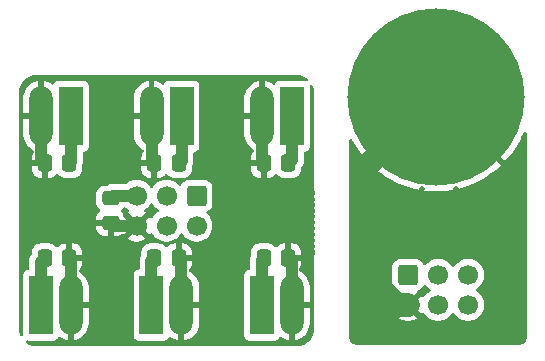
<source format=gbl>
%TF.GenerationSoftware,KiCad,Pcbnew,9.0.0*%
%TF.CreationDate,2025-02-27T10:50:10-06:00*%
%TF.ProjectId,SAO-CR1616,53414f2d-4352-4313-9631-362e6b696361,rev?*%
%TF.SameCoordinates,Original*%
%TF.FileFunction,Copper,L2,Bot*%
%TF.FilePolarity,Positive*%
%FSLAX46Y46*%
G04 Gerber Fmt 4.6, Leading zero omitted, Abs format (unit mm)*
G04 Created by KiCad (PCBNEW 9.0.0) date 2025-02-27 10:50:10*
%MOMM*%
%LPD*%
G01*
G04 APERTURE LIST*
G04 Aperture macros list*
%AMRoundRect*
0 Rectangle with rounded corners*
0 $1 Rounding radius*
0 $2 $3 $4 $5 $6 $7 $8 $9 X,Y pos of 4 corners*
0 Add a 4 corners polygon primitive as box body*
4,1,4,$2,$3,$4,$5,$6,$7,$8,$9,$2,$3,0*
0 Add four circle primitives for the rounded corners*
1,1,$1+$1,$2,$3*
1,1,$1+$1,$4,$5*
1,1,$1+$1,$6,$7*
1,1,$1+$1,$8,$9*
0 Add four rect primitives between the rounded corners*
20,1,$1+$1,$2,$3,$4,$5,0*
20,1,$1+$1,$4,$5,$6,$7,0*
20,1,$1+$1,$6,$7,$8,$9,0*
20,1,$1+$1,$8,$9,$2,$3,0*%
G04 Aperture macros list end*
%TA.AperFunction,ComponentPad*%
%ADD10RoundRect,0.250000X-0.600000X0.600000X-0.600000X-0.600000X0.600000X-0.600000X0.600000X0.600000X0*%
%TD*%
%TA.AperFunction,ComponentPad*%
%ADD11C,1.700000*%
%TD*%
%TA.AperFunction,SMDPad,CuDef*%
%ADD12RoundRect,0.250000X-0.475000X0.337500X-0.475000X-0.337500X0.475000X-0.337500X0.475000X0.337500X0*%
%TD*%
%TA.AperFunction,SMDPad,CuDef*%
%ADD13RoundRect,0.250000X-0.337500X-0.475000X0.337500X-0.475000X0.337500X0.475000X-0.337500X0.475000X0*%
%TD*%
%TA.AperFunction,ComponentPad*%
%ADD14R,2.000000X5.000000*%
%TD*%
%TA.AperFunction,ComponentPad*%
%ADD15O,2.000000X5.000000*%
%TD*%
%TA.AperFunction,SMDPad,CuDef*%
%ADD16RoundRect,0.250000X0.337500X0.475000X-0.337500X0.475000X-0.337500X-0.475000X0.337500X-0.475000X0*%
%TD*%
%TA.AperFunction,SMDPad,CuDef*%
%ADD17C,15.000000*%
%TD*%
%TA.AperFunction,SMDPad,CuDef*%
%ADD18C,4.000000*%
%TD*%
%TA.AperFunction,ViaPad*%
%ADD19C,0.500000*%
%TD*%
%TA.AperFunction,Conductor*%
%ADD20C,1.000000*%
%TD*%
%TA.AperFunction,Conductor*%
%ADD21C,2.000000*%
%TD*%
G04 APERTURE END LIST*
D10*
%TO.P,J3,1,GPIO1*%
%TO.N,unconnected-(J3-GPIO1-Pad1)*%
X52540000Y-148730000D03*
D11*
%TO.P,J3,2,GPIO2*%
%TO.N,unconnected-(J3-GPIO2-Pad2)*%
X52540000Y-151270000D03*
%TO.P,J3,3,SDA*%
%TO.N,unconnected-(J3-SDA-Pad3)*%
X50000000Y-148730000D03*
%TO.P,J3,4,SCL*%
%TO.N,unconnected-(J3-SCL-Pad4)*%
X50000000Y-151270000D03*
%TO.P,J3,5,3V3*%
%TO.N,+3V0*%
X47460001Y-148730000D03*
%TO.P,J3,6,GND*%
%TO.N,GND*%
X47460000Y-151270000D03*
%TD*%
D12*
%TO.P,BC7,1*%
%TO.N,+3V0*%
X45270000Y-148962500D03*
%TO.P,BC7,2*%
%TO.N,GND*%
X45270000Y-151037500D03*
%TD*%
D13*
%TO.P,BC6,1*%
%TO.N,+3V0*%
X39692500Y-154000000D03*
%TO.P,BC6,2*%
%TO.N,GND*%
X41767500Y-154000000D03*
%TD*%
D14*
%TO.P,P5,1,Pin_1*%
%TO.N,+3V0*%
X48720000Y-158000000D03*
D15*
%TO.P,P5,2,Pin_2*%
%TO.N,GND*%
X51260000Y-158000000D03*
%TD*%
D13*
%TO.P,BC5,1*%
%TO.N,+3V0*%
X48962500Y-154000000D03*
%TO.P,BC5,2*%
%TO.N,GND*%
X51037500Y-154000000D03*
%TD*%
D16*
%TO.P,BC1,1*%
%TO.N,+3V0*%
X41767500Y-146000000D03*
%TO.P,BC1,2*%
%TO.N,GND*%
X39692500Y-146000000D03*
%TD*%
D14*
%TO.P,P4,1,Pin_1*%
%TO.N,+3V0*%
X58085000Y-158000000D03*
D15*
%TO.P,P4,2,Pin_2*%
%TO.N,GND*%
X60625000Y-158000000D03*
%TD*%
D17*
%TO.P,SAO-P2,1,1*%
%TO.N,GND*%
X72845106Y-140336892D03*
%TD*%
D10*
%TO.P,J2,1,3V3*%
%TO.N,+3V0*%
X70455107Y-155436892D03*
D11*
%TO.P,J2,2,GND*%
%TO.N,GND*%
X70455107Y-157976892D03*
%TO.P,J2,3,SDA*%
%TO.N,unconnected-(J2-SDA-Pad3)*%
X72995107Y-155436892D03*
%TO.P,J2,4,SCL*%
%TO.N,unconnected-(J2-SCL-Pad4)*%
X72995107Y-157976892D03*
%TO.P,J2,5,GPIO1*%
%TO.N,unconnected-(J2-GPIO1-Pad5)*%
X75535106Y-155436892D03*
%TO.P,J2,6,GPIO2*%
%TO.N,unconnected-(J2-GPIO2-Pad6)*%
X75535107Y-157976892D03*
%TD*%
D14*
%TO.P,P1,1,Pin_1*%
%TO.N,+3V0*%
X41905000Y-142000000D03*
D15*
%TO.P,P1,2,Pin_2*%
%TO.N,GND*%
X39365000Y-142000000D03*
%TD*%
D14*
%TO.P,P3,1,Pin_1*%
%TO.N,+3V0*%
X60635000Y-142000000D03*
D15*
%TO.P,P3,2,Pin_2*%
%TO.N,GND*%
X58095000Y-142000000D03*
%TD*%
D16*
%TO.P,BC2,1*%
%TO.N,+3V0*%
X51037500Y-146000000D03*
%TO.P,BC2,2*%
%TO.N,GND*%
X48962500Y-146000000D03*
%TD*%
D14*
%TO.P,P2,1,Pin_1*%
%TO.N,+3V0*%
X51270000Y-142000000D03*
D15*
%TO.P,P2,2,Pin_2*%
%TO.N,GND*%
X48730000Y-142000000D03*
%TD*%
D18*
%TO.P,B3,1,1*%
%TO.N,GND*%
X72985106Y-140336892D03*
%TD*%
D16*
%TO.P,BC3,1*%
%TO.N,+3V0*%
X60307500Y-146000000D03*
%TO.P,BC3,2*%
%TO.N,GND*%
X58232500Y-146000000D03*
%TD*%
D14*
%TO.P,P6,1,Pin_1*%
%TO.N,+3V0*%
X39355000Y-158000000D03*
D15*
%TO.P,P6,2,Pin_2*%
%TO.N,GND*%
X41895000Y-158000000D03*
%TD*%
D13*
%TO.P,BC4,1*%
%TO.N,+3V0*%
X58232500Y-154000000D03*
%TO.P,BC4,2*%
%TO.N,GND*%
X60307500Y-154000000D03*
%TD*%
D19*
%TO.N,GND*%
X69068969Y-152829303D03*
X71649108Y-148199549D03*
X79957106Y-161024892D03*
X74445400Y-151149409D03*
X80235107Y-143752893D03*
X65987108Y-161024892D03*
X74549106Y-148162580D03*
X65987107Y-145022891D03*
X71602803Y-150056586D03*
X71905107Y-153912893D03*
%TD*%
D20*
%TO.N,GND*%
X45502500Y-151270000D02*
X45270000Y-151037500D01*
D21*
X66485106Y-146696891D02*
X72845106Y-140336892D01*
D20*
X39365000Y-142000000D02*
X39365000Y-145672500D01*
X51260000Y-158000000D02*
X51260000Y-154222500D01*
X58095000Y-142000000D02*
X58095000Y-145862500D01*
D21*
X66485106Y-154918892D02*
X66485106Y-146696891D01*
D20*
X58095000Y-145862500D02*
X58232500Y-146000000D01*
X41895000Y-154127500D02*
X41767500Y-154000000D01*
D21*
X70455108Y-157976892D02*
X69543106Y-157976891D01*
D20*
X47460000Y-151270000D02*
X45502500Y-151270000D01*
X41895000Y-158000000D02*
X41895000Y-154127500D01*
X60625000Y-154317500D02*
X60307500Y-154000000D01*
X60625000Y-158000000D02*
X60625000Y-154317500D01*
X51260000Y-154222500D02*
X51037500Y-154000000D01*
X48730000Y-145767500D02*
X48962500Y-146000000D01*
D21*
X69543106Y-157976891D02*
X66485106Y-154918892D01*
D20*
X48730000Y-142000000D02*
X48730000Y-145767500D01*
X39365000Y-145672500D02*
X39692500Y-146000000D01*
%TO.N,+3V0*%
X45502500Y-148730000D02*
X45270000Y-148962500D01*
X60635000Y-145672500D02*
X60307500Y-146000000D01*
X58085000Y-158000000D02*
X58085000Y-154147500D01*
X51270000Y-142000000D02*
X51270000Y-145767500D01*
X39355000Y-158000000D02*
X39355000Y-154337500D01*
X60635000Y-142000000D02*
X60635000Y-145672500D01*
X51270000Y-145767500D02*
X51037500Y-146000000D01*
X41905000Y-145862500D02*
X41767500Y-146000000D01*
X58085000Y-154147500D02*
X58232500Y-154000000D01*
X47460001Y-148730000D02*
X45502500Y-148730000D01*
X48720000Y-158000000D02*
X48720000Y-154242500D01*
X39355000Y-154337500D02*
X39692500Y-154000000D01*
X41905000Y-142000000D02*
X41905000Y-145862500D01*
X48720000Y-154242500D02*
X48962500Y-154000000D01*
%TD*%
%TA.AperFunction,Conductor*%
%TO.N,GND*%
G36*
X46566840Y-149750185D02*
G01*
X46579366Y-149759493D01*
X46752180Y-149885048D01*
X46752182Y-149885049D01*
X46752185Y-149885051D01*
X46761494Y-149889794D01*
X46812291Y-149937766D01*
X46829088Y-150005587D01*
X46806553Y-150071722D01*
X46761503Y-150110762D01*
X46752440Y-150115380D01*
X46698282Y-150154727D01*
X46698282Y-150154728D01*
X47330591Y-150787037D01*
X47267007Y-150804075D01*
X47152993Y-150869901D01*
X47059901Y-150962993D01*
X46994075Y-151077007D01*
X46977037Y-151140591D01*
X46324385Y-150487939D01*
X46290900Y-150426616D01*
X46295884Y-150356924D01*
X46324385Y-150312576D01*
X46363254Y-150273706D01*
X46337319Y-150231659D01*
X46337316Y-150231655D01*
X46213344Y-150107683D01*
X46213341Y-150107681D01*
X46210339Y-150105829D01*
X46208713Y-150104021D01*
X46207677Y-150103202D01*
X46207817Y-150103024D01*
X46163617Y-150053880D01*
X46152397Y-149984917D01*
X46180243Y-149920836D01*
X46189543Y-149910863D01*
X46199080Y-149901701D01*
X46213656Y-149892712D01*
X46337712Y-149768656D01*
X46337875Y-149768390D01*
X46341333Y-149765070D01*
X46371276Y-149749494D01*
X46400872Y-149733334D01*
X46402727Y-149733134D01*
X46403319Y-149732827D01*
X46404542Y-149732939D01*
X46427230Y-149730500D01*
X46499801Y-149730500D01*
X46566840Y-149750185D01*
G37*
%TD.AperFunction*%
%TA.AperFunction,Conductor*%
G36*
X48801441Y-149383998D02*
G01*
X48840484Y-149429054D01*
X48844949Y-149437817D01*
X48969890Y-149609786D01*
X49120213Y-149760109D01*
X49292182Y-149885050D01*
X49300946Y-149889516D01*
X49351742Y-149937491D01*
X49368536Y-150005312D01*
X49345998Y-150071447D01*
X49300946Y-150110484D01*
X49292182Y-150114949D01*
X49120213Y-150239890D01*
X48969890Y-150390213D01*
X48844949Y-150562182D01*
X48840202Y-150571499D01*
X48792227Y-150622293D01*
X48724405Y-150639087D01*
X48658271Y-150616548D01*
X48619234Y-150571495D01*
X48614626Y-150562452D01*
X48575270Y-150508282D01*
X48575269Y-150508282D01*
X47942962Y-151140590D01*
X47925925Y-151077007D01*
X47860099Y-150962993D01*
X47767007Y-150869901D01*
X47652993Y-150804075D01*
X47589409Y-150787037D01*
X48221716Y-150154728D01*
X48167548Y-150115374D01*
X48158498Y-150110762D01*
X48107705Y-150062784D01*
X48090913Y-149994963D01*
X48113454Y-149928829D01*
X48158509Y-149889793D01*
X48167817Y-149885051D01*
X48286729Y-149798657D01*
X48339787Y-149760109D01*
X48339789Y-149760106D01*
X48339793Y-149760104D01*
X48490105Y-149609792D01*
X48490107Y-149609788D01*
X48490110Y-149609786D01*
X48615049Y-149437820D01*
X48615051Y-149437817D01*
X48615052Y-149437816D01*
X48619513Y-149429058D01*
X48667484Y-149378262D01*
X48735304Y-149361464D01*
X48801441Y-149383998D01*
G37*
%TD.AperFunction*%
%TA.AperFunction,Conductor*%
G36*
X61102967Y-138501839D02*
G01*
X61281356Y-138528269D01*
X61295273Y-138531154D01*
X61387463Y-138555856D01*
X61473802Y-138578992D01*
X61489160Y-138584206D01*
X61655226Y-138652992D01*
X61669774Y-138660166D01*
X61825445Y-138750043D01*
X61838931Y-138759054D01*
X61899671Y-138805661D01*
X61940874Y-138862089D01*
X61945029Y-138931835D01*
X61910817Y-138992755D01*
X61849100Y-139025508D01*
X61780853Y-139020219D01*
X61742485Y-139005909D01*
X61742483Y-139005908D01*
X61682883Y-138999501D01*
X61682881Y-138999500D01*
X61682873Y-138999500D01*
X61682864Y-138999500D01*
X59587129Y-138999500D01*
X59587123Y-138999501D01*
X59527516Y-139005908D01*
X59392671Y-139056202D01*
X59392664Y-139056206D01*
X59277455Y-139142452D01*
X59277452Y-139142455D01*
X59191206Y-139257664D01*
X59186953Y-139265454D01*
X59183807Y-139263736D01*
X59152139Y-139306010D01*
X59086667Y-139330404D01*
X59018399Y-139315529D01*
X59004978Y-139307035D01*
X58881174Y-139217087D01*
X58670802Y-139109897D01*
X58446247Y-139036934D01*
X58345000Y-139020897D01*
X58345000Y-141833011D01*
X58335060Y-141815795D01*
X58279205Y-141759940D01*
X58210796Y-141720444D01*
X58134496Y-141700000D01*
X58055504Y-141700000D01*
X57979204Y-141720444D01*
X57910795Y-141759940D01*
X57854940Y-141815795D01*
X57815444Y-141884204D01*
X57795000Y-141960504D01*
X57795000Y-142039496D01*
X57815444Y-142115796D01*
X57854940Y-142184205D01*
X57910795Y-142240060D01*
X57979204Y-142279556D01*
X58055504Y-142300000D01*
X58134496Y-142300000D01*
X58210796Y-142279556D01*
X58279205Y-142240060D01*
X58335060Y-142184205D01*
X58345000Y-142166988D01*
X58345000Y-144645000D01*
X58358500Y-144645000D01*
X58425539Y-144664685D01*
X58471294Y-144717489D01*
X58482500Y-144769000D01*
X58482500Y-147224999D01*
X58619972Y-147224999D01*
X58619986Y-147224998D01*
X58722697Y-147214505D01*
X58889119Y-147159358D01*
X58889124Y-147159356D01*
X59038345Y-147067315D01*
X59162318Y-146943342D01*
X59164165Y-146940348D01*
X59165969Y-146938724D01*
X59166798Y-146937677D01*
X59166976Y-146937818D01*
X59216110Y-146893621D01*
X59285073Y-146882396D01*
X59349156Y-146910236D01*
X59375243Y-146940341D01*
X59377288Y-146943656D01*
X59501344Y-147067712D01*
X59650666Y-147159814D01*
X59817203Y-147214999D01*
X59919991Y-147225500D01*
X60695008Y-147225499D01*
X60695016Y-147225498D01*
X60695019Y-147225498D01*
X60751302Y-147219748D01*
X60797797Y-147214999D01*
X60964334Y-147159814D01*
X61113656Y-147067712D01*
X61237712Y-146943656D01*
X61329814Y-146794334D01*
X61384999Y-146627797D01*
X61395500Y-146525009D01*
X61395499Y-146372800D01*
X61415183Y-146305761D01*
X61416397Y-146303909D01*
X61481225Y-146206888D01*
X61521632Y-146146414D01*
X61597051Y-145964335D01*
X61625266Y-145822489D01*
X61635500Y-145771043D01*
X61635500Y-145116976D01*
X61655185Y-145049937D01*
X61707989Y-145004182D01*
X61735135Y-144996736D01*
X61734932Y-144995876D01*
X61742479Y-144994092D01*
X61742481Y-144994091D01*
X61742483Y-144994091D01*
X61877331Y-144943796D01*
X61992546Y-144857546D01*
X62078796Y-144742331D01*
X62129091Y-144607483D01*
X62135500Y-144547873D01*
X62135499Y-139457535D01*
X62138673Y-139446724D01*
X62137469Y-139435518D01*
X62148342Y-139413796D01*
X62155184Y-139390497D01*
X62163699Y-139383118D01*
X62168745Y-139373039D01*
X62189636Y-139360643D01*
X62207988Y-139344742D01*
X62219140Y-139343138D01*
X62228834Y-139337387D01*
X62253107Y-139338254D01*
X62277146Y-139334798D01*
X62287397Y-139339479D01*
X62298659Y-139339882D01*
X62318607Y-139353732D01*
X62340702Y-139363823D01*
X62348285Y-139374338D01*
X62356051Y-139379731D01*
X62374058Y-139410079D01*
X62399411Y-139471286D01*
X62415793Y-139510837D01*
X62421006Y-139526195D01*
X62468843Y-139704722D01*
X62471729Y-139718641D01*
X62498161Y-139897029D01*
X62499500Y-139915204D01*
X62499500Y-148086895D01*
X62497198Y-148142369D01*
X62499500Y-148152647D01*
X62499500Y-148163182D01*
X62513202Y-148214318D01*
X62514419Y-148219267D01*
X62548263Y-148370382D01*
X62549452Y-148375726D01*
X62555122Y-148418781D01*
X62563592Y-148439232D01*
X62565938Y-148449766D01*
X62564304Y-148474294D01*
X62566931Y-148498735D01*
X62561729Y-148512936D01*
X62561294Y-148519481D01*
X62557417Y-148524712D01*
X62552290Y-148538713D01*
X62528795Y-148579408D01*
X62528793Y-148579413D01*
X62501500Y-148681273D01*
X62501500Y-148786727D01*
X62508467Y-148812726D01*
X62528793Y-148888586D01*
X62528794Y-148888589D01*
X62548084Y-148922000D01*
X62564557Y-148989900D01*
X62548084Y-149046000D01*
X62528794Y-149079410D01*
X62528793Y-149079413D01*
X62501500Y-149181273D01*
X62501500Y-149286727D01*
X62527564Y-149383998D01*
X62528793Y-149388586D01*
X62528794Y-149388589D01*
X62548084Y-149422000D01*
X62564557Y-149489900D01*
X62548084Y-149546000D01*
X62528794Y-149579410D01*
X62528793Y-149579413D01*
X62501500Y-149681273D01*
X62501500Y-149786727D01*
X62527846Y-149885050D01*
X62528793Y-149888586D01*
X62528794Y-149888589D01*
X62548084Y-149922000D01*
X62564557Y-149989900D01*
X62548084Y-150046000D01*
X62528794Y-150079410D01*
X62528793Y-150079413D01*
X62501500Y-150181273D01*
X62501500Y-150286727D01*
X62508467Y-150312726D01*
X62528793Y-150388586D01*
X62528794Y-150388589D01*
X62548084Y-150422000D01*
X62564557Y-150489900D01*
X62548084Y-150546000D01*
X62528794Y-150579410D01*
X62528793Y-150579413D01*
X62501500Y-150681273D01*
X62501500Y-150786727D01*
X62521131Y-150859989D01*
X62528793Y-150888586D01*
X62528794Y-150888589D01*
X62548084Y-150922000D01*
X62564557Y-150989900D01*
X62548084Y-151046000D01*
X62528794Y-151079410D01*
X62528793Y-151079413D01*
X62501500Y-151181273D01*
X62501500Y-151286727D01*
X62525498Y-151376287D01*
X62528793Y-151388586D01*
X62528794Y-151388589D01*
X62548084Y-151422000D01*
X62564557Y-151489900D01*
X62548084Y-151546000D01*
X62528794Y-151579410D01*
X62528793Y-151579413D01*
X62501500Y-151681273D01*
X62501500Y-151786727D01*
X62508467Y-151812726D01*
X62528793Y-151888586D01*
X62528794Y-151888589D01*
X62548084Y-151922000D01*
X62564557Y-151989900D01*
X62548084Y-152046000D01*
X62528794Y-152079410D01*
X62528793Y-152079413D01*
X62501500Y-152181273D01*
X62501500Y-152286727D01*
X62508467Y-152312726D01*
X62528793Y-152388586D01*
X62528794Y-152388589D01*
X62548084Y-152422000D01*
X62564557Y-152489900D01*
X62548084Y-152546000D01*
X62528794Y-152579410D01*
X62528793Y-152579413D01*
X62501500Y-152681273D01*
X62501500Y-152786727D01*
X62515825Y-152840187D01*
X62528793Y-152888586D01*
X62528794Y-152888589D01*
X62548084Y-152922000D01*
X62564557Y-152989900D01*
X62548084Y-153046000D01*
X62528794Y-153079410D01*
X62528793Y-153079413D01*
X62501500Y-153181273D01*
X62501500Y-153286727D01*
X62528793Y-153388587D01*
X62557773Y-153438783D01*
X62564632Y-153467054D01*
X62574227Y-153494513D01*
X62573099Y-153501956D01*
X62574246Y-153506680D01*
X62570977Y-153529657D01*
X62569095Y-153537513D01*
X62568738Y-153538197D01*
X62565925Y-153550751D01*
X62565719Y-153551615D01*
X62565383Y-153552199D01*
X62559691Y-153570186D01*
X62555123Y-153581213D01*
X62555122Y-153581219D01*
X62550166Y-153618856D01*
X62548229Y-153629767D01*
X62514427Y-153780691D01*
X62514428Y-153780692D01*
X62513866Y-153783202D01*
X62499500Y-153836821D01*
X62499500Y-153847348D01*
X62497198Y-153857627D01*
X62497198Y-153857632D01*
X62499393Y-153910525D01*
X62499500Y-153915666D01*
X62499500Y-160084794D01*
X62498161Y-160102967D01*
X62498161Y-160102969D01*
X62471729Y-160281357D01*
X62468843Y-160295276D01*
X62421006Y-160473803D01*
X62415792Y-160489161D01*
X62347007Y-160655224D01*
X62339833Y-160669772D01*
X62249957Y-160825442D01*
X62240946Y-160838928D01*
X62131521Y-160981535D01*
X62120826Y-160993730D01*
X61993730Y-161120826D01*
X61981535Y-161131521D01*
X61838931Y-161240944D01*
X61825445Y-161249955D01*
X61669774Y-161339832D01*
X61655226Y-161347006D01*
X61489160Y-161415792D01*
X61473802Y-161421006D01*
X61295276Y-161468843D01*
X61281357Y-161471729D01*
X61126284Y-161494706D01*
X61102967Y-161498161D01*
X61084794Y-161499500D01*
X38915205Y-161499500D01*
X38897031Y-161498161D01*
X38869430Y-161494071D01*
X38718641Y-161471729D01*
X38704722Y-161468843D01*
X38526195Y-161421006D01*
X38510837Y-161415792D01*
X38344774Y-161347007D01*
X38330226Y-161339833D01*
X38174556Y-161249957D01*
X38161073Y-161240949D01*
X38109786Y-161201595D01*
X38068584Y-161145167D01*
X38064429Y-161075421D01*
X38098642Y-161014500D01*
X38160359Y-160981748D01*
X38228606Y-160987037D01*
X38247517Y-160994091D01*
X38307127Y-161000500D01*
X40402872Y-161000499D01*
X40462483Y-160994091D01*
X40597331Y-160943796D01*
X40712546Y-160857546D01*
X40798796Y-160742331D01*
X40798797Y-160742326D01*
X40803047Y-160734546D01*
X40806200Y-160736267D01*
X40837814Y-160694025D01*
X40903275Y-160669599D01*
X40971550Y-160684442D01*
X40985023Y-160692964D01*
X41108828Y-160782914D01*
X41319195Y-160890102D01*
X41543744Y-160963063D01*
X41543750Y-160963065D01*
X41645000Y-160979101D01*
X41645000Y-160979100D01*
X42145000Y-160979100D01*
X42246249Y-160963065D01*
X42246255Y-160963063D01*
X42470804Y-160890102D01*
X42681171Y-160782914D01*
X42872186Y-160644133D01*
X43039133Y-160477186D01*
X43177914Y-160286171D01*
X43285102Y-160075802D01*
X43358065Y-159851247D01*
X43395000Y-159618052D01*
X43395000Y-158250000D01*
X42145000Y-158250000D01*
X42145000Y-160979100D01*
X41645000Y-160979100D01*
X41645000Y-158166988D01*
X41654940Y-158184205D01*
X41710795Y-158240060D01*
X41779204Y-158279556D01*
X41855504Y-158300000D01*
X41934496Y-158300000D01*
X42010796Y-158279556D01*
X42079205Y-158240060D01*
X42135060Y-158184205D01*
X42174556Y-158115796D01*
X42195000Y-158039496D01*
X42195000Y-157960504D01*
X42174556Y-157884204D01*
X42135060Y-157815795D01*
X42079205Y-157759940D01*
X42010796Y-157720444D01*
X41934496Y-157700000D01*
X41855504Y-157700000D01*
X41779204Y-157720444D01*
X41710795Y-157759940D01*
X41654940Y-157815795D01*
X41645000Y-157833011D01*
X41645000Y-155355000D01*
X41641500Y-155355000D01*
X41574461Y-155335315D01*
X41528706Y-155282511D01*
X41517500Y-155231000D01*
X41517500Y-154870000D01*
X42017500Y-154870000D01*
X42021000Y-154870000D01*
X42088039Y-154889685D01*
X42133794Y-154942489D01*
X42145000Y-154994000D01*
X42145000Y-157750000D01*
X43395000Y-157750000D01*
X43395000Y-156381947D01*
X43358065Y-156148752D01*
X43285102Y-155924197D01*
X43177912Y-155713825D01*
X43039140Y-155522822D01*
X43039133Y-155522813D01*
X42968455Y-155452135D01*
X47219500Y-155452135D01*
X47219500Y-160547870D01*
X47219501Y-160547876D01*
X47225908Y-160607483D01*
X47276202Y-160742328D01*
X47276206Y-160742335D01*
X47362452Y-160857544D01*
X47362455Y-160857547D01*
X47477664Y-160943793D01*
X47477671Y-160943797D01*
X47612517Y-160994091D01*
X47612516Y-160994091D01*
X47619444Y-160994835D01*
X47672127Y-161000500D01*
X49767872Y-161000499D01*
X49827483Y-160994091D01*
X49962331Y-160943796D01*
X50077546Y-160857546D01*
X50163796Y-160742331D01*
X50163797Y-160742326D01*
X50168047Y-160734546D01*
X50171200Y-160736267D01*
X50202814Y-160694025D01*
X50268275Y-160669599D01*
X50336550Y-160684442D01*
X50350023Y-160692964D01*
X50473828Y-160782914D01*
X50684195Y-160890102D01*
X50908744Y-160963063D01*
X50908750Y-160963065D01*
X51010000Y-160979101D01*
X51510000Y-160979101D01*
X51611249Y-160963065D01*
X51611255Y-160963063D01*
X51835804Y-160890102D01*
X52046171Y-160782914D01*
X52237186Y-160644133D01*
X52404133Y-160477186D01*
X52542914Y-160286171D01*
X52650102Y-160075802D01*
X52723065Y-159851247D01*
X52760000Y-159618052D01*
X52760000Y-158250000D01*
X51510000Y-158250000D01*
X51510000Y-160979101D01*
X51010000Y-160979101D01*
X51010000Y-158166988D01*
X51019940Y-158184205D01*
X51075795Y-158240060D01*
X51144204Y-158279556D01*
X51220504Y-158300000D01*
X51299496Y-158300000D01*
X51375796Y-158279556D01*
X51444205Y-158240060D01*
X51500060Y-158184205D01*
X51539556Y-158115796D01*
X51560000Y-158039496D01*
X51560000Y-157960504D01*
X51539556Y-157884204D01*
X51500060Y-157815795D01*
X51444205Y-157759940D01*
X51375796Y-157720444D01*
X51299496Y-157700000D01*
X51220504Y-157700000D01*
X51144204Y-157720444D01*
X51075795Y-157759940D01*
X51019940Y-157815795D01*
X51010000Y-157833011D01*
X51010000Y-155355000D01*
X50911500Y-155355000D01*
X50844461Y-155335315D01*
X50798706Y-155282511D01*
X50787500Y-155231000D01*
X50787500Y-154870000D01*
X51287500Y-154870000D01*
X51386000Y-154870000D01*
X51453039Y-154889685D01*
X51498794Y-154942489D01*
X51510000Y-154994000D01*
X51510000Y-157750000D01*
X52760000Y-157750000D01*
X52760000Y-156381947D01*
X52723065Y-156148752D01*
X52650102Y-155924197D01*
X52542912Y-155713825D01*
X52404140Y-155522822D01*
X52404133Y-155522813D01*
X52333455Y-155452135D01*
X56584500Y-155452135D01*
X56584500Y-160547870D01*
X56584501Y-160547876D01*
X56590908Y-160607483D01*
X56641202Y-160742328D01*
X56641206Y-160742335D01*
X56727452Y-160857544D01*
X56727455Y-160857547D01*
X56842664Y-160943793D01*
X56842671Y-160943797D01*
X56977517Y-160994091D01*
X56977516Y-160994091D01*
X56984444Y-160994835D01*
X57037127Y-161000500D01*
X59132872Y-161000499D01*
X59192483Y-160994091D01*
X59327331Y-160943796D01*
X59442546Y-160857546D01*
X59528796Y-160742331D01*
X59528797Y-160742326D01*
X59533047Y-160734546D01*
X59536200Y-160736267D01*
X59567814Y-160694025D01*
X59633275Y-160669599D01*
X59701550Y-160684442D01*
X59715023Y-160692964D01*
X59838828Y-160782914D01*
X60049195Y-160890102D01*
X60273744Y-160963063D01*
X60273750Y-160963065D01*
X60375000Y-160979101D01*
X60375000Y-160979100D01*
X60875000Y-160979100D01*
X60976249Y-160963065D01*
X60976255Y-160963063D01*
X61200804Y-160890102D01*
X61411171Y-160782914D01*
X61602186Y-160644133D01*
X61769133Y-160477186D01*
X61907914Y-160286171D01*
X62015102Y-160075802D01*
X62088065Y-159851247D01*
X62125000Y-159618052D01*
X62125000Y-158250000D01*
X60875000Y-158250000D01*
X60875000Y-160979100D01*
X60375000Y-160979100D01*
X60375000Y-158166988D01*
X60384940Y-158184205D01*
X60440795Y-158240060D01*
X60509204Y-158279556D01*
X60585504Y-158300000D01*
X60664496Y-158300000D01*
X60740796Y-158279556D01*
X60809205Y-158240060D01*
X60865060Y-158184205D01*
X60904556Y-158115796D01*
X60925000Y-158039496D01*
X60925000Y-157960504D01*
X60904556Y-157884204D01*
X60865060Y-157815795D01*
X60809205Y-157759940D01*
X60791988Y-157750000D01*
X62125000Y-157750000D01*
X62125000Y-156381947D01*
X62088065Y-156148752D01*
X62015102Y-155924197D01*
X61907914Y-155713828D01*
X61769133Y-155522813D01*
X61602186Y-155355866D01*
X61411171Y-155217085D01*
X61266726Y-155143486D01*
X61215930Y-155095511D01*
X61199135Y-155027690D01*
X61221673Y-154961555D01*
X61235346Y-154945314D01*
X61237316Y-154943343D01*
X61329356Y-154794124D01*
X61329358Y-154794119D01*
X61384505Y-154627697D01*
X61384506Y-154627690D01*
X61394999Y-154524986D01*
X61395000Y-154524973D01*
X61395000Y-154250000D01*
X60431500Y-154250000D01*
X60364461Y-154230315D01*
X60318706Y-154177511D01*
X60307500Y-154126000D01*
X60307500Y-154000000D01*
X60181500Y-154000000D01*
X60114461Y-153980315D01*
X60068706Y-153927511D01*
X60057500Y-153876000D01*
X60057500Y-153750000D01*
X60557500Y-153750000D01*
X61394999Y-153750000D01*
X61394999Y-153475028D01*
X61394998Y-153475013D01*
X61384505Y-153372302D01*
X61329358Y-153205880D01*
X61329356Y-153205875D01*
X61237315Y-153056654D01*
X61113345Y-152932684D01*
X60964124Y-152840643D01*
X60964119Y-152840641D01*
X60797697Y-152785494D01*
X60797690Y-152785493D01*
X60694986Y-152775000D01*
X60557500Y-152775000D01*
X60557500Y-153750000D01*
X60057500Y-153750000D01*
X60057500Y-152775000D01*
X59920027Y-152775000D01*
X59920012Y-152775001D01*
X59817302Y-152785494D01*
X59650880Y-152840641D01*
X59650875Y-152840643D01*
X59501654Y-152932684D01*
X59377683Y-153056655D01*
X59377679Y-153056660D01*
X59375826Y-153059665D01*
X59374018Y-153061290D01*
X59373202Y-153062323D01*
X59373025Y-153062183D01*
X59323874Y-153106385D01*
X59254911Y-153117601D01*
X59190831Y-153089752D01*
X59164753Y-153059653D01*
X59164737Y-153059628D01*
X59162712Y-153056344D01*
X59038656Y-152932288D01*
X58889334Y-152840186D01*
X58722797Y-152785001D01*
X58722795Y-152785000D01*
X58620010Y-152774500D01*
X57844998Y-152774500D01*
X57844980Y-152774501D01*
X57742203Y-152785000D01*
X57742200Y-152785001D01*
X57575668Y-152840185D01*
X57575663Y-152840187D01*
X57426342Y-152932289D01*
X57302289Y-153056342D01*
X57210187Y-153205663D01*
X57210185Y-153205668D01*
X57183325Y-153286726D01*
X57155001Y-153372203D01*
X57155001Y-153372204D01*
X57155000Y-153372204D01*
X57144500Y-153474983D01*
X57144500Y-153778970D01*
X57135061Y-153826423D01*
X57122949Y-153855663D01*
X57122948Y-153855666D01*
X57084500Y-154048956D01*
X57084500Y-154883023D01*
X57064815Y-154950062D01*
X57012011Y-154995817D01*
X56984865Y-155003266D01*
X56985068Y-155004124D01*
X56977520Y-155005907D01*
X56842671Y-155056202D01*
X56842664Y-155056206D01*
X56727455Y-155142452D01*
X56727452Y-155142455D01*
X56641206Y-155257664D01*
X56641202Y-155257671D01*
X56590908Y-155392517D01*
X56584501Y-155452116D01*
X56584500Y-155452135D01*
X52333455Y-155452135D01*
X52237186Y-155355866D01*
X52046171Y-155217085D01*
X51964659Y-155175553D01*
X51913863Y-155127579D01*
X51897068Y-155059758D01*
X51919605Y-154993623D01*
X51933274Y-154977386D01*
X51967315Y-154943344D01*
X52059356Y-154794124D01*
X52059358Y-154794119D01*
X52114505Y-154627697D01*
X52114506Y-154627690D01*
X52124999Y-154524986D01*
X52125000Y-154524973D01*
X52125000Y-154250000D01*
X51287500Y-154250000D01*
X51287500Y-154870000D01*
X50787500Y-154870000D01*
X50787500Y-153750000D01*
X51287500Y-153750000D01*
X52124999Y-153750000D01*
X52124999Y-153475028D01*
X52124998Y-153475013D01*
X52114505Y-153372302D01*
X52059358Y-153205880D01*
X52059356Y-153205875D01*
X51967315Y-153056654D01*
X51843345Y-152932684D01*
X51694124Y-152840643D01*
X51694119Y-152840641D01*
X51527697Y-152785494D01*
X51527690Y-152785493D01*
X51424986Y-152775000D01*
X51287500Y-152775000D01*
X51287500Y-153750000D01*
X50787500Y-153750000D01*
X50787500Y-152775000D01*
X50650027Y-152775000D01*
X50650012Y-152775001D01*
X50547302Y-152785494D01*
X50380880Y-152840641D01*
X50380875Y-152840643D01*
X50231654Y-152932684D01*
X50107683Y-153056655D01*
X50107679Y-153056660D01*
X50105826Y-153059665D01*
X50104018Y-153061290D01*
X50103202Y-153062323D01*
X50103025Y-153062183D01*
X50053874Y-153106385D01*
X49984911Y-153117601D01*
X49920831Y-153089752D01*
X49894753Y-153059653D01*
X49894737Y-153059628D01*
X49892712Y-153056344D01*
X49768656Y-152932288D01*
X49619334Y-152840186D01*
X49452797Y-152785001D01*
X49452795Y-152785000D01*
X49350010Y-152774500D01*
X48574998Y-152774500D01*
X48574980Y-152774501D01*
X48472203Y-152785000D01*
X48472200Y-152785001D01*
X48305668Y-152840185D01*
X48305663Y-152840187D01*
X48156342Y-152932289D01*
X48032289Y-153056342D01*
X47940187Y-153205663D01*
X47940185Y-153205668D01*
X47913325Y-153286726D01*
X47885001Y-153372203D01*
X47885001Y-153372204D01*
X47885000Y-153372204D01*
X47874500Y-153474983D01*
X47874500Y-153669412D01*
X47854815Y-153736451D01*
X47853603Y-153738302D01*
X47833367Y-153768587D01*
X47826289Y-153785676D01*
X47796486Y-153857627D01*
X47780038Y-153897335D01*
X47757949Y-153950661D01*
X47757947Y-153950667D01*
X47741004Y-154035851D01*
X47741004Y-154035852D01*
X47719500Y-154143956D01*
X47719500Y-154883023D01*
X47699815Y-154950062D01*
X47647011Y-154995817D01*
X47619865Y-155003266D01*
X47620068Y-155004124D01*
X47612520Y-155005907D01*
X47477671Y-155056202D01*
X47477664Y-155056206D01*
X47362455Y-155142452D01*
X47362452Y-155142455D01*
X47276206Y-155257664D01*
X47276202Y-155257671D01*
X47225908Y-155392517D01*
X47219501Y-155452116D01*
X47219500Y-155452135D01*
X42968455Y-155452135D01*
X42872186Y-155355866D01*
X42681169Y-155217083D01*
X42662592Y-155207618D01*
X42611797Y-155159644D01*
X42595002Y-155091823D01*
X42617540Y-155025688D01*
X42631207Y-155009452D01*
X42697317Y-154943342D01*
X42789356Y-154794124D01*
X42789358Y-154794119D01*
X42844505Y-154627697D01*
X42844506Y-154627690D01*
X42854999Y-154524986D01*
X42855000Y-154524973D01*
X42855000Y-154250000D01*
X42017500Y-154250000D01*
X42017500Y-154870000D01*
X41517500Y-154870000D01*
X41517500Y-153750000D01*
X42017500Y-153750000D01*
X42854999Y-153750000D01*
X42854999Y-153475028D01*
X42854998Y-153475013D01*
X42844505Y-153372302D01*
X42789358Y-153205880D01*
X42789356Y-153205875D01*
X42697315Y-153056654D01*
X42573345Y-152932684D01*
X42424124Y-152840643D01*
X42424119Y-152840641D01*
X42257697Y-152785494D01*
X42257690Y-152785493D01*
X42154986Y-152775000D01*
X42017500Y-152775000D01*
X42017500Y-153750000D01*
X41517500Y-153750000D01*
X41517500Y-152775000D01*
X41380027Y-152775000D01*
X41380012Y-152775001D01*
X41277302Y-152785494D01*
X41110880Y-152840641D01*
X41110875Y-152840643D01*
X40961654Y-152932684D01*
X40837683Y-153056655D01*
X40837679Y-153056660D01*
X40835826Y-153059665D01*
X40834018Y-153061290D01*
X40833202Y-153062323D01*
X40833025Y-153062183D01*
X40783874Y-153106385D01*
X40714911Y-153117601D01*
X40650831Y-153089752D01*
X40624753Y-153059653D01*
X40624737Y-153059628D01*
X40622712Y-153056344D01*
X40498656Y-152932288D01*
X40349334Y-152840186D01*
X40182797Y-152785001D01*
X40182795Y-152785000D01*
X40080010Y-152774500D01*
X39304998Y-152774500D01*
X39304980Y-152774501D01*
X39202203Y-152785000D01*
X39202200Y-152785001D01*
X39035668Y-152840185D01*
X39035663Y-152840187D01*
X38886342Y-152932289D01*
X38762289Y-153056342D01*
X38670187Y-153205663D01*
X38670185Y-153205668D01*
X38643325Y-153286726D01*
X38615001Y-153372203D01*
X38615001Y-153372204D01*
X38615000Y-153372204D01*
X38604500Y-153474983D01*
X38604500Y-153622890D01*
X38584815Y-153689929D01*
X38579763Y-153696871D01*
X38468371Y-153863579D01*
X38468364Y-153863592D01*
X38428479Y-153959886D01*
X38428477Y-153959892D01*
X38426657Y-153964286D01*
X38392949Y-154045664D01*
X38382759Y-154096893D01*
X38381311Y-154104168D01*
X38381310Y-154104174D01*
X38354500Y-154238956D01*
X38354500Y-154883023D01*
X38334815Y-154950062D01*
X38282011Y-154995817D01*
X38254865Y-155003266D01*
X38255068Y-155004124D01*
X38247520Y-155005907D01*
X38112671Y-155056202D01*
X38112664Y-155056206D01*
X37997455Y-155142452D01*
X37997452Y-155142455D01*
X37911206Y-155257664D01*
X37911202Y-155257671D01*
X37860908Y-155392517D01*
X37854501Y-155452116D01*
X37854500Y-155452135D01*
X37854500Y-160518321D01*
X37851325Y-160529132D01*
X37852530Y-160540339D01*
X37841656Y-160562060D01*
X37834815Y-160585360D01*
X37826299Y-160592738D01*
X37821254Y-160602818D01*
X37800363Y-160615212D01*
X37782011Y-160631115D01*
X37770857Y-160632718D01*
X37761164Y-160638470D01*
X37736890Y-160637602D01*
X37712853Y-160641059D01*
X37702601Y-160636377D01*
X37691339Y-160635975D01*
X37671388Y-160622122D01*
X37649297Y-160612034D01*
X37641715Y-160601519D01*
X37633947Y-160596126D01*
X37615940Y-160565776D01*
X37584205Y-160489159D01*
X37578992Y-160473802D01*
X37531155Y-160295277D01*
X37528269Y-160281356D01*
X37501839Y-160102967D01*
X37500500Y-160084794D01*
X37500500Y-151424986D01*
X44045001Y-151424986D01*
X44055494Y-151527697D01*
X44110641Y-151694119D01*
X44110643Y-151694124D01*
X44202684Y-151843345D01*
X44326654Y-151967315D01*
X44475875Y-152059356D01*
X44475880Y-152059358D01*
X44642302Y-152114505D01*
X44642309Y-152114506D01*
X44745019Y-152124999D01*
X45019999Y-152124999D01*
X45020000Y-152124998D01*
X45020000Y-151287500D01*
X44045001Y-151287500D01*
X44045001Y-151424986D01*
X37500500Y-151424986D01*
X37500500Y-148574983D01*
X44044500Y-148574983D01*
X44044500Y-149350001D01*
X44044501Y-149350019D01*
X44055000Y-149452796D01*
X44055001Y-149452799D01*
X44094501Y-149572000D01*
X44110186Y-149619334D01*
X44202288Y-149768656D01*
X44326344Y-149892712D01*
X44329628Y-149894737D01*
X44329653Y-149894753D01*
X44331445Y-149896746D01*
X44332011Y-149897193D01*
X44331934Y-149897289D01*
X44376379Y-149946699D01*
X44387603Y-150015661D01*
X44359761Y-150079744D01*
X44329665Y-150105826D01*
X44326660Y-150107679D01*
X44326655Y-150107683D01*
X44202684Y-150231654D01*
X44110643Y-150380875D01*
X44110641Y-150380880D01*
X44055494Y-150547302D01*
X44055493Y-150547309D01*
X44045000Y-150650013D01*
X44045000Y-150787500D01*
X45146000Y-150787500D01*
X45213039Y-150807185D01*
X45258794Y-150859989D01*
X45270000Y-150911500D01*
X45270000Y-151037500D01*
X45396000Y-151037500D01*
X45463039Y-151057185D01*
X45508794Y-151109989D01*
X45520000Y-151161500D01*
X45520000Y-152124999D01*
X45794972Y-152124999D01*
X45794986Y-152124998D01*
X45897697Y-152114505D01*
X46064119Y-152059358D01*
X46064130Y-152059353D01*
X46173916Y-151991636D01*
X46241308Y-151973195D01*
X46307972Y-151994117D01*
X46339331Y-152024289D01*
X46344727Y-152031716D01*
X46344728Y-152031716D01*
X46977037Y-151399408D01*
X46994075Y-151462993D01*
X47059901Y-151577007D01*
X47152993Y-151670099D01*
X47267007Y-151735925D01*
X47330590Y-151752962D01*
X46698282Y-152385269D01*
X46698282Y-152385270D01*
X46752449Y-152424624D01*
X46941782Y-152521095D01*
X47143870Y-152586757D01*
X47353754Y-152620000D01*
X47566246Y-152620000D01*
X47776127Y-152586757D01*
X47776130Y-152586757D01*
X47978217Y-152521095D01*
X48167554Y-152424622D01*
X48221716Y-152385270D01*
X48221717Y-152385270D01*
X47589408Y-151752962D01*
X47652993Y-151735925D01*
X47767007Y-151670099D01*
X47860099Y-151577007D01*
X47925925Y-151462993D01*
X47942962Y-151399408D01*
X48575270Y-152031717D01*
X48575270Y-152031716D01*
X48614622Y-151977555D01*
X48619232Y-151968507D01*
X48667205Y-151917709D01*
X48735025Y-151900912D01*
X48801161Y-151923447D01*
X48840204Y-151968504D01*
X48844949Y-151977817D01*
X48969890Y-152149786D01*
X49120213Y-152300109D01*
X49292179Y-152425048D01*
X49292181Y-152425049D01*
X49292184Y-152425051D01*
X49481588Y-152521557D01*
X49683757Y-152587246D01*
X49893713Y-152620500D01*
X49893714Y-152620500D01*
X50106286Y-152620500D01*
X50106287Y-152620500D01*
X50316243Y-152587246D01*
X50518412Y-152521557D01*
X50707816Y-152425051D01*
X50762572Y-152385269D01*
X50879786Y-152300109D01*
X50879788Y-152300106D01*
X50879792Y-152300104D01*
X51030104Y-152149792D01*
X51030106Y-152149788D01*
X51030109Y-152149786D01*
X51145010Y-151991636D01*
X51155051Y-151977816D01*
X51159514Y-151969054D01*
X51207488Y-151918259D01*
X51275308Y-151901463D01*
X51341444Y-151923999D01*
X51380484Y-151969054D01*
X51384591Y-151977115D01*
X51384951Y-151977820D01*
X51509890Y-152149786D01*
X51660213Y-152300109D01*
X51832179Y-152425048D01*
X51832181Y-152425049D01*
X51832184Y-152425051D01*
X52021588Y-152521557D01*
X52223757Y-152587246D01*
X52433713Y-152620500D01*
X52433714Y-152620500D01*
X52646286Y-152620500D01*
X52646287Y-152620500D01*
X52856243Y-152587246D01*
X53058412Y-152521557D01*
X53247816Y-152425051D01*
X53302572Y-152385269D01*
X53419786Y-152300109D01*
X53419788Y-152300106D01*
X53419792Y-152300104D01*
X53570104Y-152149792D01*
X53570106Y-152149788D01*
X53570109Y-152149786D01*
X53685010Y-151991636D01*
X53695051Y-151977816D01*
X53791557Y-151788412D01*
X53857246Y-151586243D01*
X53890500Y-151376287D01*
X53890500Y-151163713D01*
X53857246Y-150953757D01*
X53791557Y-150751588D01*
X53695051Y-150562184D01*
X53695049Y-150562181D01*
X53695048Y-150562179D01*
X53570109Y-150390213D01*
X53419790Y-150239894D01*
X53419785Y-150239890D01*
X53414891Y-150236334D01*
X53372227Y-150181003D01*
X53366249Y-150111390D01*
X53398857Y-150049595D01*
X53448774Y-150018312D01*
X53459334Y-150014814D01*
X53608656Y-149922712D01*
X53732712Y-149798656D01*
X53824814Y-149649334D01*
X53879999Y-149482797D01*
X53890500Y-149380009D01*
X53890499Y-148079992D01*
X53885488Y-148030942D01*
X53879999Y-147977203D01*
X53879998Y-147977200D01*
X53867732Y-147940185D01*
X53824814Y-147810666D01*
X53732712Y-147661344D01*
X53608656Y-147537288D01*
X53459334Y-147445186D01*
X53292797Y-147390001D01*
X53292795Y-147390000D01*
X53190010Y-147379500D01*
X51889998Y-147379500D01*
X51889981Y-147379501D01*
X51787203Y-147390000D01*
X51787200Y-147390001D01*
X51781610Y-147391854D01*
X51781416Y-147391918D01*
X51620666Y-147445186D01*
X51619667Y-147445801D01*
X51619667Y-147445802D01*
X51471342Y-147537289D01*
X51347289Y-147661342D01*
X51255187Y-147810663D01*
X51255183Y-147810673D01*
X51251685Y-147821229D01*
X51211910Y-147878672D01*
X51147393Y-147905493D01*
X51078618Y-147893174D01*
X51033663Y-147855106D01*
X51030105Y-147850209D01*
X50879786Y-147699890D01*
X50707820Y-147574951D01*
X50518414Y-147478444D01*
X50518413Y-147478443D01*
X50518412Y-147478443D01*
X50316243Y-147412754D01*
X50316241Y-147412753D01*
X50316240Y-147412753D01*
X50154957Y-147387208D01*
X50106287Y-147379500D01*
X49893713Y-147379500D01*
X49845042Y-147387208D01*
X49683760Y-147412753D01*
X49481585Y-147478444D01*
X49292179Y-147574951D01*
X49120213Y-147699890D01*
X48969890Y-147850213D01*
X48844948Y-148022183D01*
X48840482Y-148030949D01*
X48792506Y-148081742D01*
X48724684Y-148098535D01*
X48658550Y-148075995D01*
X48619514Y-148030942D01*
X48615049Y-148022179D01*
X48490110Y-147850213D01*
X48339787Y-147699890D01*
X48167821Y-147574951D01*
X47978415Y-147478444D01*
X47978414Y-147478443D01*
X47978413Y-147478443D01*
X47776244Y-147412754D01*
X47776242Y-147412753D01*
X47776241Y-147412753D01*
X47614958Y-147387208D01*
X47566288Y-147379500D01*
X47353714Y-147379500D01*
X47305043Y-147387208D01*
X47143761Y-147412753D01*
X46941586Y-147478444D01*
X46752180Y-147574951D01*
X46576267Y-147702759D01*
X46575636Y-147701891D01*
X46516582Y-147728359D01*
X46499801Y-147729500D01*
X45403954Y-147729500D01*
X45371891Y-147735876D01*
X45371892Y-147735877D01*
X45210670Y-147767946D01*
X45210664Y-147767948D01*
X45028587Y-147843367D01*
X45013265Y-147853605D01*
X44946586Y-147874480D01*
X44944379Y-147874500D01*
X44744999Y-147874500D01*
X44744980Y-147874501D01*
X44642203Y-147885000D01*
X44642200Y-147885001D01*
X44475668Y-147940185D01*
X44475663Y-147940187D01*
X44326342Y-148032289D01*
X44202289Y-148156342D01*
X44110187Y-148305663D01*
X44110185Y-148305668D01*
X44088791Y-148370231D01*
X44055001Y-148472203D01*
X44055001Y-148472204D01*
X44055000Y-148472204D01*
X44044500Y-148574983D01*
X37500500Y-148574983D01*
X37500500Y-146524986D01*
X38605001Y-146524986D01*
X38615494Y-146627697D01*
X38670641Y-146794119D01*
X38670643Y-146794124D01*
X38762684Y-146943345D01*
X38886654Y-147067315D01*
X39035875Y-147159356D01*
X39035880Y-147159358D01*
X39202302Y-147214505D01*
X39202309Y-147214506D01*
X39305019Y-147224999D01*
X39442499Y-147224999D01*
X39442500Y-147224998D01*
X39442500Y-146250000D01*
X38605001Y-146250000D01*
X38605001Y-146524986D01*
X37500500Y-146524986D01*
X37500500Y-142250000D01*
X37865000Y-142250000D01*
X37865000Y-143618052D01*
X37901934Y-143851247D01*
X37974897Y-144075802D01*
X38082085Y-144286171D01*
X38220866Y-144477186D01*
X38387813Y-144644133D01*
X38578828Y-144782914D01*
X38729898Y-144859888D01*
X38780694Y-144907862D01*
X38797489Y-144975683D01*
X38774952Y-145041818D01*
X38766102Y-145052331D01*
X38762684Y-145056653D01*
X38670643Y-145205875D01*
X38670641Y-145205880D01*
X38615494Y-145372302D01*
X38615493Y-145372309D01*
X38605000Y-145475013D01*
X38605000Y-145750000D01*
X39568500Y-145750000D01*
X39635539Y-145769685D01*
X39681294Y-145822489D01*
X39692500Y-145874000D01*
X39692500Y-146000000D01*
X39818500Y-146000000D01*
X39885539Y-146019685D01*
X39931294Y-146072489D01*
X39942500Y-146124000D01*
X39942500Y-147224999D01*
X40079972Y-147224999D01*
X40079986Y-147224998D01*
X40182697Y-147214505D01*
X40349119Y-147159358D01*
X40349124Y-147159356D01*
X40498345Y-147067315D01*
X40622318Y-146943342D01*
X40624165Y-146940348D01*
X40625969Y-146938724D01*
X40626798Y-146937677D01*
X40626976Y-146937818D01*
X40676110Y-146893621D01*
X40745073Y-146882396D01*
X40809156Y-146910236D01*
X40835243Y-146940341D01*
X40837288Y-146943656D01*
X40961344Y-147067712D01*
X41110666Y-147159814D01*
X41277203Y-147214999D01*
X41379991Y-147225500D01*
X42155008Y-147225499D01*
X42155016Y-147225498D01*
X42155019Y-147225498D01*
X42211302Y-147219748D01*
X42257797Y-147214999D01*
X42424334Y-147159814D01*
X42573656Y-147067712D01*
X42697712Y-146943656D01*
X42789814Y-146794334D01*
X42844999Y-146627797D01*
X42855500Y-146525009D01*
X42855500Y-146524986D01*
X47875001Y-146524986D01*
X47885494Y-146627697D01*
X47940641Y-146794119D01*
X47940643Y-146794124D01*
X48032684Y-146943345D01*
X48156654Y-147067315D01*
X48305875Y-147159356D01*
X48305880Y-147159358D01*
X48472302Y-147214505D01*
X48472309Y-147214506D01*
X48575019Y-147224999D01*
X48712499Y-147224999D01*
X48712500Y-147224998D01*
X48712500Y-146250000D01*
X47875001Y-146250000D01*
X47875001Y-146524986D01*
X42855500Y-146524986D01*
X42855499Y-146206887D01*
X42857125Y-146198712D01*
X42856209Y-146193636D01*
X42864937Y-146159438D01*
X42867051Y-146154335D01*
X42878150Y-146098540D01*
X42905500Y-145961041D01*
X42905500Y-145763960D01*
X42905500Y-145116976D01*
X42925185Y-145049937D01*
X42977989Y-145004182D01*
X43005135Y-144996736D01*
X43004932Y-144995876D01*
X43012479Y-144994092D01*
X43012481Y-144994091D01*
X43012483Y-144994091D01*
X43147331Y-144943796D01*
X43262546Y-144857546D01*
X43348796Y-144742331D01*
X43399091Y-144607483D01*
X43405500Y-144547873D01*
X43405500Y-143618052D01*
X47230000Y-143618052D01*
X47266934Y-143851247D01*
X47339897Y-144075802D01*
X47447085Y-144286171D01*
X47585866Y-144477186D01*
X47752813Y-144644133D01*
X47943828Y-144782914D01*
X48031964Y-144827822D01*
X48082760Y-144875797D01*
X48099555Y-144943618D01*
X48077018Y-145009753D01*
X48063351Y-145025987D01*
X48032684Y-145056654D01*
X47940643Y-145205875D01*
X47940641Y-145205880D01*
X47885494Y-145372302D01*
X47885493Y-145372309D01*
X47875000Y-145475013D01*
X47875000Y-145750000D01*
X48712500Y-145750000D01*
X48712500Y-145130000D01*
X48604000Y-145130000D01*
X48536961Y-145110315D01*
X48491206Y-145057511D01*
X48480000Y-145006000D01*
X48480000Y-142250000D01*
X47230000Y-142250000D01*
X47230000Y-143618052D01*
X43405500Y-143618052D01*
X43405499Y-141960504D01*
X48430000Y-141960504D01*
X48430000Y-142039496D01*
X48450444Y-142115796D01*
X48489940Y-142184205D01*
X48545795Y-142240060D01*
X48614204Y-142279556D01*
X48690504Y-142300000D01*
X48769496Y-142300000D01*
X48845796Y-142279556D01*
X48914205Y-142240060D01*
X48970060Y-142184205D01*
X48980000Y-142166988D01*
X48980000Y-144645000D01*
X49088500Y-144645000D01*
X49155539Y-144664685D01*
X49201294Y-144717489D01*
X49212500Y-144769000D01*
X49212500Y-147224999D01*
X49349972Y-147224999D01*
X49349986Y-147224998D01*
X49452697Y-147214505D01*
X49619119Y-147159358D01*
X49619124Y-147159356D01*
X49768345Y-147067315D01*
X49892318Y-146943342D01*
X49894165Y-146940348D01*
X49895969Y-146938724D01*
X49896798Y-146937677D01*
X49896976Y-146937818D01*
X49946110Y-146893621D01*
X50015073Y-146882396D01*
X50079156Y-146910236D01*
X50105243Y-146940341D01*
X50107288Y-146943656D01*
X50231344Y-147067712D01*
X50380666Y-147159814D01*
X50547203Y-147214999D01*
X50649991Y-147225500D01*
X51425008Y-147225499D01*
X51425016Y-147225498D01*
X51425019Y-147225498D01*
X51481302Y-147219748D01*
X51527797Y-147214999D01*
X51694334Y-147159814D01*
X51843656Y-147067712D01*
X51967712Y-146943656D01*
X52059814Y-146794334D01*
X52114999Y-146627797D01*
X52125500Y-146525009D01*
X52125500Y-146524986D01*
X57145001Y-146524986D01*
X57155494Y-146627697D01*
X57210641Y-146794119D01*
X57210643Y-146794124D01*
X57302684Y-146943345D01*
X57426654Y-147067315D01*
X57575875Y-147159356D01*
X57575880Y-147159358D01*
X57742302Y-147214505D01*
X57742309Y-147214506D01*
X57845019Y-147224999D01*
X57982499Y-147224999D01*
X57982500Y-147224998D01*
X57982500Y-146250000D01*
X57145001Y-146250000D01*
X57145001Y-146524986D01*
X52125500Y-146524986D01*
X52125499Y-146325622D01*
X52137068Y-146273323D01*
X52141094Y-146264666D01*
X52156632Y-146241414D01*
X52232052Y-146059335D01*
X52270500Y-145866040D01*
X52270500Y-145668959D01*
X52270500Y-145116976D01*
X52290185Y-145049937D01*
X52342989Y-145004182D01*
X52370135Y-144996736D01*
X52369932Y-144995876D01*
X52377479Y-144994092D01*
X52377481Y-144994091D01*
X52377483Y-144994091D01*
X52512331Y-144943796D01*
X52627546Y-144857546D01*
X52713796Y-144742331D01*
X52764091Y-144607483D01*
X52770500Y-144547873D01*
X52770500Y-143618052D01*
X56595000Y-143618052D01*
X56631934Y-143851247D01*
X56704897Y-144075802D01*
X56812085Y-144286171D01*
X56950866Y-144477186D01*
X57117813Y-144644133D01*
X57308830Y-144782916D01*
X57334029Y-144795755D01*
X57384825Y-144843728D01*
X57401621Y-144911549D01*
X57379084Y-144977684D01*
X57365418Y-144993920D01*
X57302682Y-145056656D01*
X57210643Y-145205875D01*
X57210641Y-145205880D01*
X57155494Y-145372302D01*
X57155493Y-145372309D01*
X57145000Y-145475013D01*
X57145000Y-145750000D01*
X57982500Y-145750000D01*
X57982500Y-145130000D01*
X57969000Y-145130000D01*
X57901961Y-145110315D01*
X57856206Y-145057511D01*
X57845000Y-145006000D01*
X57845000Y-142250000D01*
X56595000Y-142250000D01*
X56595000Y-143618052D01*
X52770500Y-143618052D01*
X52770499Y-140381947D01*
X56595000Y-140381947D01*
X56595000Y-141750000D01*
X57845000Y-141750000D01*
X57845000Y-139020897D01*
X57743752Y-139036934D01*
X57519197Y-139109897D01*
X57308828Y-139217085D01*
X57117813Y-139355866D01*
X56950866Y-139522813D01*
X56812085Y-139713828D01*
X56704897Y-139924197D01*
X56631934Y-140148752D01*
X56595000Y-140381947D01*
X52770499Y-140381947D01*
X52770499Y-139452128D01*
X52764091Y-139392517D01*
X52760585Y-139383118D01*
X52713797Y-139257671D01*
X52713793Y-139257664D01*
X52627547Y-139142455D01*
X52627544Y-139142452D01*
X52512335Y-139056206D01*
X52512328Y-139056202D01*
X52377482Y-139005908D01*
X52377483Y-139005908D01*
X52317883Y-138999501D01*
X52317881Y-138999500D01*
X52317873Y-138999500D01*
X52317864Y-138999500D01*
X50222129Y-138999500D01*
X50222123Y-138999501D01*
X50162516Y-139005908D01*
X50027671Y-139056202D01*
X50027664Y-139056206D01*
X49912455Y-139142452D01*
X49912452Y-139142455D01*
X49826206Y-139257664D01*
X49821953Y-139265454D01*
X49818807Y-139263736D01*
X49787139Y-139306010D01*
X49721667Y-139330404D01*
X49653399Y-139315529D01*
X49639978Y-139307035D01*
X49516174Y-139217087D01*
X49305802Y-139109897D01*
X49081247Y-139036934D01*
X48980000Y-139020897D01*
X48980000Y-141833011D01*
X48970060Y-141815795D01*
X48914205Y-141759940D01*
X48845796Y-141720444D01*
X48769496Y-141700000D01*
X48690504Y-141700000D01*
X48614204Y-141720444D01*
X48545795Y-141759940D01*
X48489940Y-141815795D01*
X48450444Y-141884204D01*
X48430000Y-141960504D01*
X43405499Y-141960504D01*
X43405499Y-140381947D01*
X47230000Y-140381947D01*
X47230000Y-141750000D01*
X48480000Y-141750000D01*
X48480000Y-139020897D01*
X48378752Y-139036934D01*
X48154197Y-139109897D01*
X47943828Y-139217085D01*
X47752813Y-139355866D01*
X47585866Y-139522813D01*
X47447085Y-139713828D01*
X47339897Y-139924197D01*
X47266934Y-140148752D01*
X47230000Y-140381947D01*
X43405499Y-140381947D01*
X43405499Y-139452128D01*
X43399091Y-139392517D01*
X43395585Y-139383118D01*
X43348797Y-139257671D01*
X43348793Y-139257664D01*
X43262547Y-139142455D01*
X43262544Y-139142452D01*
X43147335Y-139056206D01*
X43147328Y-139056202D01*
X43012482Y-139005908D01*
X43012483Y-139005908D01*
X42952883Y-138999501D01*
X42952881Y-138999500D01*
X42952873Y-138999500D01*
X42952864Y-138999500D01*
X40857129Y-138999500D01*
X40857123Y-138999501D01*
X40797516Y-139005908D01*
X40662671Y-139056202D01*
X40662664Y-139056206D01*
X40547455Y-139142452D01*
X40547452Y-139142455D01*
X40461206Y-139257664D01*
X40456953Y-139265454D01*
X40453807Y-139263736D01*
X40422139Y-139306010D01*
X40356667Y-139330404D01*
X40288399Y-139315529D01*
X40274978Y-139307035D01*
X40151174Y-139217087D01*
X39940802Y-139109897D01*
X39716247Y-139036934D01*
X39615000Y-139020897D01*
X39615000Y-141833011D01*
X39605060Y-141815795D01*
X39549205Y-141759940D01*
X39480796Y-141720444D01*
X39404496Y-141700000D01*
X39325504Y-141700000D01*
X39249204Y-141720444D01*
X39180795Y-141759940D01*
X39124940Y-141815795D01*
X39085444Y-141884204D01*
X39065000Y-141960504D01*
X39065000Y-142039496D01*
X39085444Y-142115796D01*
X39124940Y-142184205D01*
X39180795Y-142240060D01*
X39198012Y-142250000D01*
X37865000Y-142250000D01*
X37500500Y-142250000D01*
X37500500Y-140381947D01*
X37865000Y-140381947D01*
X37865000Y-141750000D01*
X39115000Y-141750000D01*
X39115000Y-139020897D01*
X39013752Y-139036934D01*
X38789197Y-139109897D01*
X38578828Y-139217085D01*
X38387813Y-139355866D01*
X38220866Y-139522813D01*
X38082085Y-139713828D01*
X37974897Y-139924197D01*
X37901934Y-140148752D01*
X37865000Y-140381947D01*
X37500500Y-140381947D01*
X37500500Y-139915204D01*
X37501839Y-139897031D01*
X37514174Y-139813774D01*
X37528269Y-139718638D01*
X37531155Y-139704721D01*
X37533621Y-139695520D01*
X37578992Y-139526194D01*
X37584206Y-139510838D01*
X37652992Y-139344772D01*
X37660162Y-139330230D01*
X37750047Y-139174546D01*
X37759049Y-139161073D01*
X37868483Y-139018455D01*
X37879164Y-139006276D01*
X38006276Y-138879164D01*
X38018455Y-138868483D01*
X38161076Y-138759047D01*
X38174549Y-138750045D01*
X38330232Y-138660161D01*
X38344774Y-138652991D01*
X38510837Y-138584206D01*
X38526195Y-138578992D01*
X38561716Y-138569474D01*
X38704728Y-138531153D01*
X38718638Y-138528269D01*
X38805392Y-138515416D01*
X38897032Y-138501839D01*
X38915205Y-138500500D01*
X61084794Y-138500500D01*
X61102967Y-138501839D01*
G37*
%TD.AperFunction*%
%TA.AperFunction,Conductor*%
G36*
X71916481Y-156273713D02*
G01*
X71961441Y-156311783D01*
X71964997Y-156316677D01*
X71965001Y-156316682D01*
X72115320Y-156467001D01*
X72287289Y-156591942D01*
X72296053Y-156596408D01*
X72346849Y-156644383D01*
X72363643Y-156712204D01*
X72341105Y-156778339D01*
X72296053Y-156817376D01*
X72287289Y-156821841D01*
X72115320Y-156946782D01*
X71964997Y-157097105D01*
X71840056Y-157269074D01*
X71835309Y-157278391D01*
X71787334Y-157329185D01*
X71719512Y-157345979D01*
X71653378Y-157323440D01*
X71614341Y-157278387D01*
X71609733Y-157269344D01*
X71570377Y-157215174D01*
X71570376Y-157215174D01*
X70938069Y-157847482D01*
X70921032Y-157783899D01*
X70855206Y-157669885D01*
X70762114Y-157576793D01*
X70648100Y-157510967D01*
X70584516Y-157493929D01*
X71220996Y-156857447D01*
X71232084Y-156804660D01*
X71281134Y-156754902D01*
X71302329Y-156745601D01*
X71374441Y-156721706D01*
X71523763Y-156629604D01*
X71647819Y-156505548D01*
X71739921Y-156356226D01*
X71743419Y-156345667D01*
X71783189Y-156288224D01*
X71847705Y-156261399D01*
X71916481Y-156273713D01*
G37*
%TD.AperFunction*%
%TA.AperFunction,Conductor*%
G36*
X72711662Y-140219294D02*
G01*
X72756009Y-140247795D01*
X72845106Y-140336892D01*
X72934202Y-140247796D01*
X72995525Y-140214311D01*
X73065217Y-140219295D01*
X73109564Y-140247796D01*
X78678736Y-145816968D01*
X78678737Y-145816968D01*
X78687149Y-145808557D01*
X79032508Y-145414750D01*
X79351362Y-144999211D01*
X79642352Y-144563714D01*
X79642368Y-144563689D01*
X79904256Y-144110086D01*
X80135919Y-143640320D01*
X80246047Y-143374449D01*
X80289888Y-143320046D01*
X80356182Y-143297981D01*
X80423881Y-143315260D01*
X80471492Y-143366397D01*
X80484608Y-143421902D01*
X80484608Y-160806208D01*
X80484011Y-160818363D01*
X80473831Y-160921712D01*
X80469089Y-160945552D01*
X80447892Y-161015429D01*
X80438589Y-161037887D01*
X80404169Y-161102282D01*
X80390664Y-161122494D01*
X80344342Y-161178937D01*
X80327155Y-161196125D01*
X80270710Y-161242449D01*
X80250497Y-161255954D01*
X80186105Y-161290372D01*
X80163648Y-161299674D01*
X80093765Y-161320873D01*
X80069923Y-161325616D01*
X79966587Y-161335794D01*
X79954433Y-161336391D01*
X66015780Y-161336391D01*
X66003627Y-161335794D01*
X65900290Y-161325617D01*
X65876446Y-161320874D01*
X65806563Y-161299674D01*
X65784109Y-161290373D01*
X65719715Y-161255955D01*
X65699501Y-161242449D01*
X65643061Y-161196130D01*
X65625871Y-161178940D01*
X65612983Y-161163236D01*
X65585787Y-161130096D01*
X65579546Y-161122491D01*
X65566043Y-161102282D01*
X65552937Y-161077763D01*
X65531622Y-161037884D01*
X65522322Y-161015433D01*
X65522039Y-161014500D01*
X65501123Y-160945547D01*
X65496384Y-160921721D01*
X65486205Y-160818363D01*
X65485608Y-160806210D01*
X65485608Y-154786875D01*
X69104607Y-154786875D01*
X69104607Y-156086893D01*
X69104608Y-156086910D01*
X69115107Y-156189688D01*
X69115108Y-156189691D01*
X69138870Y-156261399D01*
X69170293Y-156356226D01*
X69262395Y-156505548D01*
X69386451Y-156629604D01*
X69535773Y-156721706D01*
X69607877Y-156745599D01*
X69665321Y-156785370D01*
X69692145Y-156849886D01*
X69692304Y-156860535D01*
X70325698Y-157493929D01*
X70262114Y-157510967D01*
X70148100Y-157576793D01*
X70055008Y-157669885D01*
X69989182Y-157783899D01*
X69972144Y-157847483D01*
X69339835Y-157215174D01*
X69339834Y-157215174D01*
X69300487Y-157269331D01*
X69204011Y-157458674D01*
X69138349Y-157660761D01*
X69138349Y-157660764D01*
X69105107Y-157870645D01*
X69105107Y-158083138D01*
X69138349Y-158293019D01*
X69138349Y-158293022D01*
X69204011Y-158495109D01*
X69300482Y-158684442D01*
X69339835Y-158738608D01*
X69972144Y-158106300D01*
X69989182Y-158169885D01*
X70055008Y-158283899D01*
X70148100Y-158376991D01*
X70262114Y-158442817D01*
X70325697Y-158459854D01*
X69693389Y-159092161D01*
X69693389Y-159092162D01*
X69747556Y-159131516D01*
X69936889Y-159227987D01*
X70138977Y-159293649D01*
X70348861Y-159326892D01*
X70561353Y-159326892D01*
X70771234Y-159293649D01*
X70771237Y-159293649D01*
X70973324Y-159227987D01*
X71162661Y-159131514D01*
X71216823Y-159092162D01*
X71216824Y-159092162D01*
X70584515Y-158459854D01*
X70648100Y-158442817D01*
X70762114Y-158376991D01*
X70855206Y-158283899D01*
X70921032Y-158169885D01*
X70938069Y-158106300D01*
X71570377Y-158738609D01*
X71570377Y-158738608D01*
X71609729Y-158684447D01*
X71614339Y-158675399D01*
X71662312Y-158624601D01*
X71730132Y-158607804D01*
X71796268Y-158630339D01*
X71835311Y-158675396D01*
X71840056Y-158684709D01*
X71964997Y-158856678D01*
X72115320Y-159007001D01*
X72287286Y-159131940D01*
X72287288Y-159131941D01*
X72287291Y-159131943D01*
X72476695Y-159228449D01*
X72678864Y-159294138D01*
X72888820Y-159327392D01*
X72888821Y-159327392D01*
X73101393Y-159327392D01*
X73101394Y-159327392D01*
X73311350Y-159294138D01*
X73513519Y-159228449D01*
X73702923Y-159131943D01*
X73757679Y-159092161D01*
X73874893Y-159007001D01*
X73874895Y-159006998D01*
X73874899Y-159006996D01*
X74025211Y-158856684D01*
X74025213Y-158856680D01*
X74025216Y-158856678D01*
X74150155Y-158684712D01*
X74150157Y-158684709D01*
X74150158Y-158684708D01*
X74154621Y-158675946D01*
X74202595Y-158625151D01*
X74270415Y-158608355D01*
X74336551Y-158630891D01*
X74375593Y-158675948D01*
X74380058Y-158684712D01*
X74504997Y-158856678D01*
X74655320Y-159007001D01*
X74827286Y-159131940D01*
X74827288Y-159131941D01*
X74827291Y-159131943D01*
X75016695Y-159228449D01*
X75218864Y-159294138D01*
X75428820Y-159327392D01*
X75428821Y-159327392D01*
X75641393Y-159327392D01*
X75641394Y-159327392D01*
X75851350Y-159294138D01*
X76053519Y-159228449D01*
X76242923Y-159131943D01*
X76297679Y-159092161D01*
X76414893Y-159007001D01*
X76414895Y-159006998D01*
X76414899Y-159006996D01*
X76565211Y-158856684D01*
X76565213Y-158856680D01*
X76565216Y-158856678D01*
X76690155Y-158684712D01*
X76690157Y-158684709D01*
X76690158Y-158684708D01*
X76786664Y-158495304D01*
X76852353Y-158293135D01*
X76885607Y-158083179D01*
X76885607Y-157870605D01*
X76852353Y-157660649D01*
X76786664Y-157458480D01*
X76690158Y-157269076D01*
X76690156Y-157269073D01*
X76690155Y-157269071D01*
X76565216Y-157097105D01*
X76414893Y-156946782D01*
X76242922Y-156821840D01*
X76242919Y-156821838D01*
X76234157Y-156817373D01*
X76183363Y-156769397D01*
X76166570Y-156701575D01*
X76189110Y-156635441D01*
X76234164Y-156596405D01*
X76242922Y-156591943D01*
X76264895Y-156575978D01*
X76414892Y-156467001D01*
X76414894Y-156466998D01*
X76414898Y-156466996D01*
X76565210Y-156316684D01*
X76565212Y-156316680D01*
X76565215Y-156316678D01*
X76690154Y-156144712D01*
X76690156Y-156144709D01*
X76690157Y-156144708D01*
X76786663Y-155955304D01*
X76852352Y-155753135D01*
X76885606Y-155543179D01*
X76885606Y-155330605D01*
X76852352Y-155120649D01*
X76786663Y-154918480D01*
X76690157Y-154729076D01*
X76690155Y-154729073D01*
X76690154Y-154729071D01*
X76565215Y-154557105D01*
X76414892Y-154406782D01*
X76242926Y-154281843D01*
X76053520Y-154185336D01*
X76053519Y-154185335D01*
X76053518Y-154185335D01*
X75851349Y-154119646D01*
X75851347Y-154119645D01*
X75851346Y-154119645D01*
X75690063Y-154094100D01*
X75641393Y-154086392D01*
X75428819Y-154086392D01*
X75380148Y-154094100D01*
X75218866Y-154119645D01*
X75016691Y-154185336D01*
X74827285Y-154281843D01*
X74655319Y-154406782D01*
X74504996Y-154557105D01*
X74380054Y-154729075D01*
X74375588Y-154737841D01*
X74327612Y-154788634D01*
X74259790Y-154805427D01*
X74193656Y-154782887D01*
X74154620Y-154737834D01*
X74150155Y-154729071D01*
X74025216Y-154557105D01*
X73874893Y-154406782D01*
X73702927Y-154281843D01*
X73513521Y-154185336D01*
X73513520Y-154185335D01*
X73513519Y-154185335D01*
X73311350Y-154119646D01*
X73311348Y-154119645D01*
X73311347Y-154119645D01*
X73150064Y-154094100D01*
X73101394Y-154086392D01*
X72888820Y-154086392D01*
X72840149Y-154094100D01*
X72678867Y-154119645D01*
X72476692Y-154185336D01*
X72287286Y-154281843D01*
X72115320Y-154406782D01*
X71965001Y-154557101D01*
X71964992Y-154557111D01*
X71961437Y-154562005D01*
X71906104Y-154604667D01*
X71836490Y-154610640D01*
X71774698Y-154578029D01*
X71743419Y-154528115D01*
X71739922Y-154517562D01*
X71739921Y-154517558D01*
X71647819Y-154368236D01*
X71523763Y-154244180D01*
X71374441Y-154152078D01*
X71207904Y-154096893D01*
X71207902Y-154096892D01*
X71105117Y-154086392D01*
X69805105Y-154086392D01*
X69805088Y-154086393D01*
X69702310Y-154096892D01*
X69702307Y-154096893D01*
X69535775Y-154152077D01*
X69535770Y-154152079D01*
X69386449Y-154244181D01*
X69262396Y-154368234D01*
X69170294Y-154517555D01*
X69170292Y-154517560D01*
X69157190Y-154557100D01*
X69115108Y-154684095D01*
X69115108Y-154684096D01*
X69115107Y-154684096D01*
X69104607Y-154786875D01*
X65485608Y-154786875D01*
X65485608Y-153913094D01*
X65487910Y-153857631D01*
X65485608Y-153847352D01*
X65485608Y-153836821D01*
X65471893Y-153785635D01*
X65470690Y-153780744D01*
X65436861Y-153629693D01*
X65436350Y-153627297D01*
X65435500Y-153623105D01*
X65429986Y-153581219D01*
X65424159Y-153567151D01*
X65421779Y-153555409D01*
X65423783Y-153532058D01*
X65421278Y-153508761D01*
X65427161Y-153492694D01*
X65427754Y-153485795D01*
X65431438Y-153481016D01*
X65435921Y-153468776D01*
X65453239Y-153438780D01*
X65467207Y-153414587D01*
X65494500Y-153312727D01*
X65494500Y-153207273D01*
X65467207Y-153105413D01*
X65447915Y-153071998D01*
X65431442Y-153004102D01*
X65447914Y-152948002D01*
X65467207Y-152914587D01*
X65494500Y-152812727D01*
X65494500Y-152707273D01*
X65467207Y-152605413D01*
X65447915Y-152571998D01*
X65431442Y-152504102D01*
X65447914Y-152448002D01*
X65467207Y-152414587D01*
X65494500Y-152312727D01*
X65494500Y-152207273D01*
X65467207Y-152105413D01*
X65447915Y-152071998D01*
X65431442Y-152004102D01*
X65447914Y-151948002D01*
X65467207Y-151914587D01*
X65494500Y-151812727D01*
X65494500Y-151707273D01*
X65467207Y-151605413D01*
X65447915Y-151571998D01*
X65431442Y-151504102D01*
X65447914Y-151448002D01*
X65467207Y-151414587D01*
X65494500Y-151312727D01*
X65494500Y-151207273D01*
X65467207Y-151105413D01*
X65447915Y-151071998D01*
X65431442Y-151004102D01*
X65447914Y-150948002D01*
X65467207Y-150914587D01*
X65494500Y-150812727D01*
X65494500Y-150707273D01*
X65467207Y-150605413D01*
X65447915Y-150571998D01*
X65431442Y-150504102D01*
X65447914Y-150448002D01*
X65467207Y-150414587D01*
X65494500Y-150312727D01*
X65494500Y-150207273D01*
X65467207Y-150105413D01*
X65447915Y-150071998D01*
X65431442Y-150004102D01*
X65447914Y-149948002D01*
X65467207Y-149914587D01*
X65494500Y-149812727D01*
X65494500Y-149707273D01*
X65467207Y-149605413D01*
X65447915Y-149571998D01*
X65431442Y-149504102D01*
X65447914Y-149448002D01*
X65467207Y-149414587D01*
X65494500Y-149312727D01*
X65494500Y-149207273D01*
X65467207Y-149105413D01*
X65447915Y-149071998D01*
X65431442Y-149004102D01*
X65447914Y-148948002D01*
X65467207Y-148914587D01*
X65494500Y-148812727D01*
X65494500Y-148707273D01*
X65467207Y-148605413D01*
X65431591Y-148543724D01*
X65424940Y-148516309D01*
X65415243Y-148489818D01*
X65416036Y-148479607D01*
X65415119Y-148475828D01*
X65417976Y-148454630D01*
X65418977Y-148450160D01*
X65425422Y-148429798D01*
X65429986Y-148418781D01*
X65434940Y-148381144D01*
X65436871Y-148370259D01*
X65471241Y-148216797D01*
X65485608Y-148163179D01*
X65485608Y-148152647D01*
X65487910Y-148142369D01*
X65485715Y-148089483D01*
X65485608Y-148084341D01*
X65485608Y-146170523D01*
X67365028Y-146170523D01*
X67373433Y-146178928D01*
X67767247Y-146524294D01*
X68182786Y-146843148D01*
X68618283Y-147134138D01*
X68618308Y-147134154D01*
X69071911Y-147396042D01*
X69541677Y-147627705D01*
X70025587Y-147828147D01*
X70025598Y-147828151D01*
X70521574Y-147996513D01*
X70521589Y-147996518D01*
X71027520Y-148132081D01*
X71027546Y-148132087D01*
X71541233Y-148234265D01*
X71541245Y-148234267D01*
X72060541Y-148302634D01*
X72583224Y-148336892D01*
X73106988Y-148336892D01*
X73629670Y-148302634D01*
X74148966Y-148234267D01*
X74148978Y-148234265D01*
X74662665Y-148132087D01*
X74662691Y-148132081D01*
X75168622Y-147996518D01*
X75168637Y-147996513D01*
X75664613Y-147828151D01*
X75664624Y-147828147D01*
X76148534Y-147627705D01*
X76618300Y-147396042D01*
X77071903Y-147134154D01*
X77071928Y-147134138D01*
X77507425Y-146843148D01*
X77922964Y-146524294D01*
X78316771Y-146178935D01*
X78325182Y-146170523D01*
X78325182Y-146170522D01*
X72845106Y-140690446D01*
X67365028Y-146170523D01*
X65485608Y-146170523D01*
X65485608Y-144032848D01*
X65505293Y-143965809D01*
X65558097Y-143920054D01*
X65627255Y-143910110D01*
X65690811Y-143939135D01*
X65720820Y-143978004D01*
X65785955Y-144110086D01*
X66047843Y-144563689D01*
X66047859Y-144563714D01*
X66338849Y-144999211D01*
X66657703Y-145414750D01*
X67003069Y-145808564D01*
X67011473Y-145816968D01*
X72580647Y-140247795D01*
X72641970Y-140214310D01*
X72711662Y-140219294D01*
G37*
%TD.AperFunction*%
%TD*%
M02*

</source>
